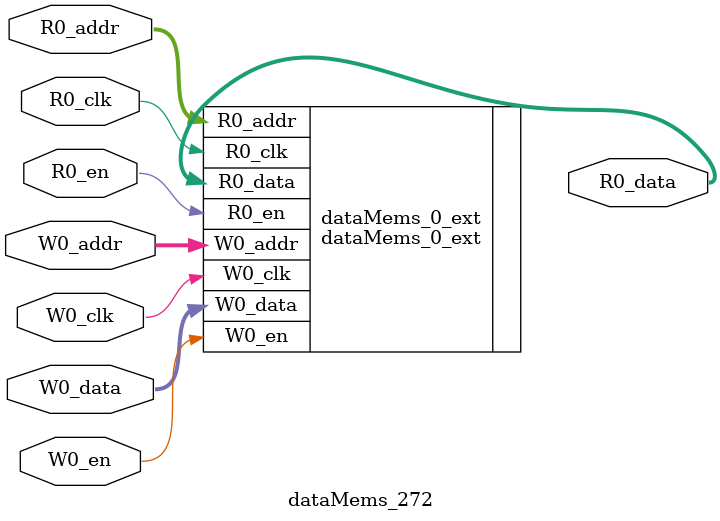
<source format=sv>
`ifndef RANDOMIZE
  `ifdef RANDOMIZE_REG_INIT
    `define RANDOMIZE
  `endif // RANDOMIZE_REG_INIT
`endif // not def RANDOMIZE
`ifndef RANDOMIZE
  `ifdef RANDOMIZE_MEM_INIT
    `define RANDOMIZE
  `endif // RANDOMIZE_MEM_INIT
`endif // not def RANDOMIZE

`ifndef RANDOM
  `define RANDOM $random
`endif // not def RANDOM

// Users can define 'PRINTF_COND' to add an extra gate to prints.
`ifndef PRINTF_COND_
  `ifdef PRINTF_COND
    `define PRINTF_COND_ (`PRINTF_COND)
  `else  // PRINTF_COND
    `define PRINTF_COND_ 1
  `endif // PRINTF_COND
`endif // not def PRINTF_COND_

// Users can define 'ASSERT_VERBOSE_COND' to add an extra gate to assert error printing.
`ifndef ASSERT_VERBOSE_COND_
  `ifdef ASSERT_VERBOSE_COND
    `define ASSERT_VERBOSE_COND_ (`ASSERT_VERBOSE_COND)
  `else  // ASSERT_VERBOSE_COND
    `define ASSERT_VERBOSE_COND_ 1
  `endif // ASSERT_VERBOSE_COND
`endif // not def ASSERT_VERBOSE_COND_

// Users can define 'STOP_COND' to add an extra gate to stop conditions.
`ifndef STOP_COND_
  `ifdef STOP_COND
    `define STOP_COND_ (`STOP_COND)
  `else  // STOP_COND
    `define STOP_COND_ 1
  `endif // STOP_COND
`endif // not def STOP_COND_

// Users can define INIT_RANDOM as general code that gets injected into the
// initializer block for modules with registers.
`ifndef INIT_RANDOM
  `define INIT_RANDOM
`endif // not def INIT_RANDOM

// If using random initialization, you can also define RANDOMIZE_DELAY to
// customize the delay used, otherwise 0.002 is used.
`ifndef RANDOMIZE_DELAY
  `define RANDOMIZE_DELAY 0.002
`endif // not def RANDOMIZE_DELAY

// Define INIT_RANDOM_PROLOG_ for use in our modules below.
`ifndef INIT_RANDOM_PROLOG_
  `ifdef RANDOMIZE
    `ifdef VERILATOR
      `define INIT_RANDOM_PROLOG_ `INIT_RANDOM
    `else  // VERILATOR
      `define INIT_RANDOM_PROLOG_ `INIT_RANDOM #`RANDOMIZE_DELAY begin end
    `endif // VERILATOR
  `else  // RANDOMIZE
    `define INIT_RANDOM_PROLOG_
  `endif // RANDOMIZE
`endif // not def INIT_RANDOM_PROLOG_

// Include register initializers in init blocks unless synthesis is set
`ifndef SYNTHESIS
  `ifndef ENABLE_INITIAL_REG_
    `define ENABLE_INITIAL_REG_
  `endif // not def ENABLE_INITIAL_REG_
`endif // not def SYNTHESIS

// Include rmemory initializers in init blocks unless synthesis is set
`ifndef SYNTHESIS
  `ifndef ENABLE_INITIAL_MEM_
    `define ENABLE_INITIAL_MEM_
  `endif // not def ENABLE_INITIAL_MEM_
`endif // not def SYNTHESIS

module dataMems_272(	// @[generators/ara/src/main/scala/UnsafeAXI4ToTL.scala:365:62]
  input  [4:0]  R0_addr,
  input         R0_en,
  input         R0_clk,
  output [66:0] R0_data,
  input  [4:0]  W0_addr,
  input         W0_en,
  input         W0_clk,
  input  [66:0] W0_data
);

  dataMems_0_ext dataMems_0_ext (	// @[generators/ara/src/main/scala/UnsafeAXI4ToTL.scala:365:62]
    .R0_addr (R0_addr),
    .R0_en   (R0_en),
    .R0_clk  (R0_clk),
    .R0_data (R0_data),
    .W0_addr (W0_addr),
    .W0_en   (W0_en),
    .W0_clk  (W0_clk),
    .W0_data (W0_data)
  );
endmodule


</source>
